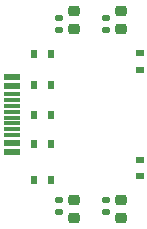
<source format=gbr>
%TF.GenerationSoftware,KiCad,Pcbnew,6.0.7+dfsg-1~bpo11+1*%
%TF.CreationDate,2022-10-12T02:23:58+00:00*%
%TF.ProjectId,0101-SERIAL-CP2102N,30313031-2d53-4455-9249-414c2d435032,V1.1*%
%TF.SameCoordinates,Original*%
%TF.FileFunction,Paste,Top*%
%TF.FilePolarity,Positive*%
%FSLAX46Y46*%
G04 Gerber Fmt 4.6, Leading zero omitted, Abs format (unit mm)*
G04 Created by KiCad (PCBNEW 6.0.7+dfsg-1~bpo11+1) date 2022-10-12 02:23:58*
%MOMM*%
%LPD*%
G01*
G04 APERTURE LIST*
G04 Aperture macros list*
%AMRoundRect*
0 Rectangle with rounded corners*
0 $1 Rounding radius*
0 $2 $3 $4 $5 $6 $7 $8 $9 X,Y pos of 4 corners*
0 Add a 4 corners polygon primitive as box body*
4,1,4,$2,$3,$4,$5,$6,$7,$8,$9,$2,$3,0*
0 Add four circle primitives for the rounded corners*
1,1,$1+$1,$2,$3*
1,1,$1+$1,$4,$5*
1,1,$1+$1,$6,$7*
1,1,$1+$1,$8,$9*
0 Add four rect primitives between the rounded corners*
20,1,$1+$1,$2,$3,$4,$5,0*
20,1,$1+$1,$4,$5,$6,$7,0*
20,1,$1+$1,$6,$7,$8,$9,0*
20,1,$1+$1,$8,$9,$2,$3,0*%
G04 Aperture macros list end*
%ADD10RoundRect,0.218750X-0.256250X0.218750X-0.256250X-0.218750X0.256250X-0.218750X0.256250X0.218750X0*%
%ADD11RoundRect,0.135000X0.185000X-0.135000X0.185000X0.135000X-0.185000X0.135000X-0.185000X-0.135000X0*%
%ADD12R,0.600000X0.700000*%
%ADD13R,1.450000X0.600000*%
%ADD14R,1.450000X0.300000*%
%ADD15RoundRect,0.218750X0.256250X-0.218750X0.256250X0.218750X-0.256250X0.218750X-0.256250X-0.218750X0*%
%ADD16RoundRect,0.135000X-0.185000X0.135000X-0.185000X-0.135000X0.185000X-0.135000X0.185000X0.135000X0*%
%ADD17R,0.700000X0.600000*%
G04 APERTURE END LIST*
D10*
%TO.C,D1*%
X17050000Y10287500D03*
X17050000Y8712500D03*
%TD*%
D11*
%TO.C,R15*%
X15800000Y24700000D03*
X15800000Y25720000D03*
%TD*%
D12*
%TO.C,D6*%
X9700000Y17500000D03*
X11100000Y17500000D03*
%TD*%
D13*
%TO.C,J1*%
X7845000Y20700000D03*
X7845000Y19900000D03*
D14*
X7845000Y18750000D03*
X7845000Y17750000D03*
X7845000Y17250000D03*
X7845000Y16250000D03*
D13*
X7845000Y15100000D03*
X7845000Y14300000D03*
X7845000Y14300000D03*
X7845000Y15100000D03*
D14*
X7845000Y15750000D03*
X7845000Y16750000D03*
X7845000Y18250000D03*
X7845000Y19250000D03*
D13*
X7845000Y19900000D03*
X7845000Y20700000D03*
%TD*%
D12*
%TO.C,D8*%
X9700000Y12000000D03*
X11100000Y12000000D03*
%TD*%
D15*
%TO.C,D3*%
X13050000Y24712500D03*
X13050000Y26287500D03*
%TD*%
%TO.C,D4*%
X17050000Y24712500D03*
X17050000Y26287500D03*
%TD*%
D16*
%TO.C,R12*%
X15800000Y10300000D03*
X15800000Y9280000D03*
%TD*%
D12*
%TO.C,D5*%
X9700000Y20000000D03*
X11100000Y20000000D03*
%TD*%
D17*
%TO.C,D10*%
X18650000Y22700000D03*
X18650000Y21300000D03*
%TD*%
D10*
%TO.C,D2*%
X13050000Y10287500D03*
X13050000Y8712500D03*
%TD*%
D16*
%TO.C,R13*%
X11800000Y10300000D03*
X11800000Y9280000D03*
%TD*%
D12*
%TO.C,D11*%
X9700000Y15000000D03*
X11100000Y15000000D03*
%TD*%
%TO.C,D9*%
X9700000Y22600000D03*
X11100000Y22600000D03*
%TD*%
D17*
%TO.C,D7*%
X18650000Y12300000D03*
X18650000Y13680000D03*
%TD*%
D11*
%TO.C,R14*%
X11800000Y24700000D03*
X11800000Y25720000D03*
%TD*%
M02*

</source>
